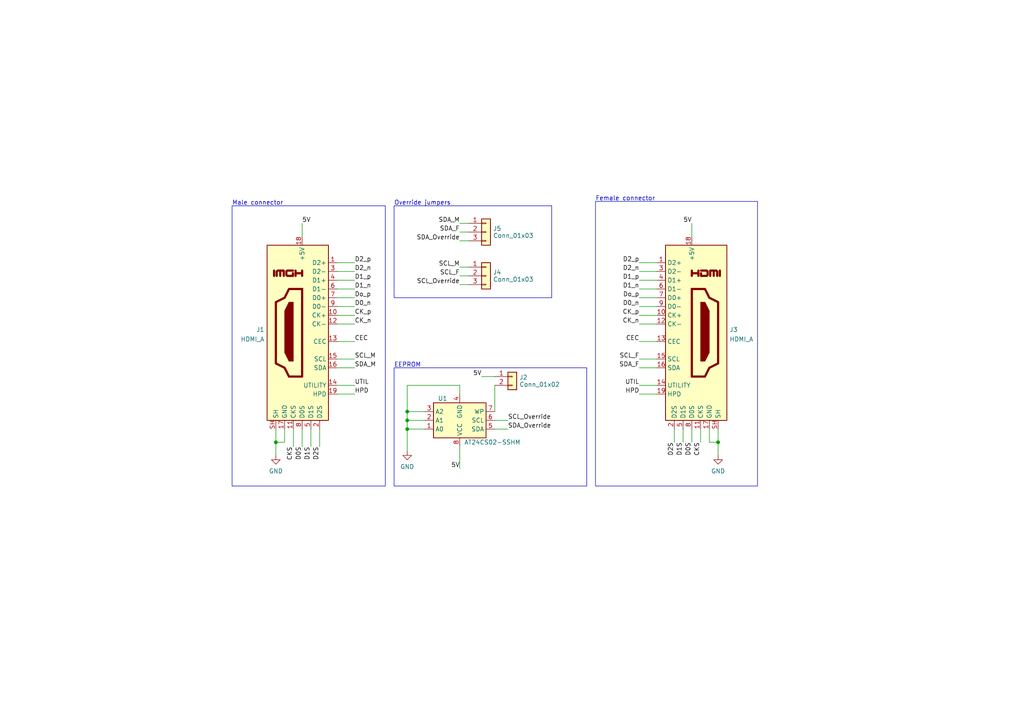
<source format=kicad_sch>
(kicad_sch (version 20230121) (generator eeschema)
  (paper "A4")
  (lib_symbols
    (symbol "Connector:HDMI_A"
      (property "Reference" "J" (at -6.35 26.67 0))
      (property "Value" "HDMI_A" (at 10.16 26.67 0))
      (symbol "HDMI_A_0_0"
        (polyline (pts (xy 8.128 16.51) (xy 8.128 18.034)) (stroke (width 0.635)))
        (polyline (pts (xy 0 16.51) (xy 0 18.034) (xy 0 17.272) (xy 1.905 17.272) (xy 1.905 18.034) (xy 1.905 16.51)) (stroke (width 0.635)))
        (polyline (pts (xy 2.667 18.034) (xy 4.318 18.034) (xy 4.572 17.78) (xy 4.572 16.764) (xy 4.318 16.51) (xy 2.667 16.51) (xy 2.667 17.272)) (stroke (width 0.635)))
      )
      (symbol "HDMI_A_0_1"
        (rectangle (start -7.62 25.4) (end 10.16 -25.4) (stroke (width 0.254)) (fill (type background)))
        (polyline (pts (xy 2.54 8.89) (xy 3.81 8.89) (xy 5.08 6.35) (xy 5.08 -5.715) (xy 3.81 -8.255) (xy 2.54 -8.255) (xy 2.54 8.89)) (fill (type outline)))
        (polyline (pts (xy 5.334 16.51) (xy 5.334 18.034) (xy 6.35 18.034) (xy 6.35 16.51) (xy 6.35 18.034) (xy 7.112 18.034) (xy 7.366 17.78) (xy 7.366 16.51)) (stroke (width 0.635)))
        (polyline (pts (xy 0 12.7) (xy 0 -12.7) (xy 3.81 -12.7) (xy 5.08 -10.16) (xy 7.62 -8.89) (xy 7.62 8.89) (xy 5.08 10.16) (xy 3.81 12.7) (xy 0 12.7)) (stroke (width 0.635)))
      )
      (symbol "HDMI_A_1_1"
        (pin passive line (at -10.16 20.32 0) (length 2.54) (name "D2+") (number "1"))
        (pin passive line (at -10.16 5.08 0) (length 2.54) (name "CK+") (number "10"))
        (pin power_in line (at 2.54 -27.94 90) (length 2.54) (name "CKS") (number "11"))
        (pin passive line (at -10.16 2.54 0) (length 2.54) (name "CK-") (number "12"))
        (pin bidirectional line (at -10.16 -2.54 0) (length 2.54) (name "CEC") (number "13"))
        (pin passive line (at -10.16 -15.24 0) (length 2.54) (name "UTILITY") (number "14"))
        (pin passive line (at -10.16 -7.62 0) (length 2.54) (name "SCL") (number "15"))
        (pin bidirectional line (at -10.16 -10.16 0) (length 2.54) (name "SDA") (number "16"))
        (pin power_in line (at 5.08 -27.94 90) (length 2.54) (name "GND") (number "17"))
        (pin power_in line (at 0 27.94 270) (length 2.54) (name "+5V") (number "18"))
        (pin passive line (at -10.16 -17.78 0) (length 2.54) (name "HPD") (number "19"))
        (pin power_in line (at -5.08 -27.94 90) (length 2.54) (name "D2S") (number "2"))
        (pin passive line (at -10.16 17.78 0) (length 2.54) (name "D2-") (number "3"))
        (pin passive line (at -10.16 15.24 0) (length 2.54) (name "D1+") (number "4"))
        (pin power_in line (at -2.54 -27.94 90) (length 2.54) (name "D1S") (number "5"))
        (pin passive line (at -10.16 12.7 0) (length 2.54) (name "D1-") (number "6"))
        (pin passive line (at -10.16 10.16 0) (length 2.54) (name "D0+") (number "7"))
        (pin power_in line (at 0 -27.94 90) (length 2.54) (name "D0S") (number "8"))
        (pin passive line (at -10.16 7.62 0) (length 2.54) (name "D0-") (number "9"))
        (pin passive line (at 7.62 -27.94 90) (length 2.54) (name "SH") (number "SH"))
      )
    )
    (symbol "Connector_Generic:Conn_01x02" (pin_names (offset 1.016) hide)
      (property "Reference" "J" (at 0 2.54 0))
      (property "Value" "Conn_01x02" (at 0 -5.08 0))
      (symbol "Conn_01x02_1_1"
        (rectangle (start -1.27 -2.413) (end 0 -2.667) (stroke (width 0.1524)))
        (rectangle (start -1.27 0.127) (end 0 -0.127) (stroke (width 0.1524)))
        (rectangle (start -1.27 1.27) (end 1.27 -3.81) (stroke (width 0.254)) (fill (type background)))
        (pin passive line (at -5.08 0 0) (length 3.81) (name "Pin_1") (number "1"))
        (pin passive line (at -5.08 -2.54 0) (length 3.81) (name "Pin_2") (number "2"))
      )
    )
    (symbol "Connector_Generic:Conn_01x03" (pin_names (offset 1.016) hide)
      (property "Reference" "J" (at 0 5.08 0))
      (property "Value" "Conn_01x03" (at 0 -5.08 0))
      (symbol "Conn_01x03_1_1"
        (rectangle (start -1.27 -2.413) (end 0 -2.667) (stroke (width 0.1524)))
        (rectangle (start -1.27 0.127) (end 0 -0.127) (stroke (width 0.1524)))
        (rectangle (start -1.27 2.667) (end 0 2.413) (stroke (width 0.1524)))
        (rectangle (start -1.27 3.81) (end 1.27 -3.81) (stroke (width 0.254)) (fill (type background)))
        (pin passive line (at -5.08 2.54 0) (length 3.81) (name "Pin_1") (number "1"))
        (pin passive line (at -5.08 0 0) (length 3.81) (name "Pin_2") (number "2"))
        (pin passive line (at -5.08 -2.54 0) (length 3.81) (name "Pin_3") (number "3"))
      )
    )
    (symbol "Memory_EEPROM:AT24CS02-SSHM"
      (property "Reference" "U" (at -7.62 6.35 0))
      (property "Value" "AT24CS02-SSHM" (at 2.54 -6.35 0))
      (symbol "AT24CS02-SSHM_1_1"
        (rectangle (start -7.62 5.08) (end 7.62 -5.08) (stroke (width 0.254)) (fill (type background)))
        (pin input line (at -10.16 2.54 0) (length 2.54) (name "A0") (number "1"))
        (pin input line (at -10.16 0 0) (length 2.54) (name "A1") (number "2"))
        (pin input line (at -10.16 -2.54 0) (length 2.54) (name "A2") (number "3"))
        (pin power_in line (at 0 -7.62 90) (length 2.54) (name "GND") (number "4"))
        (pin bidirectional line (at 10.16 2.54 180) (length 2.54) (name "SDA") (number "5"))
        (pin input line (at 10.16 0 180) (length 2.54) (name "SCL") (number "6"))
        (pin input line (at 10.16 -2.54 180) (length 2.54) (name "WP") (number "7"))
        (pin power_in line (at 0 7.62 270) (length 2.54) (name "VCC") (number "8"))
      )
    )
    (symbol "power:GND" (power) (pin_names (offset 0))
      (property "Value" "GND" (at 0 -3.81 0))
      (symbol "GND_0_1"
        (polyline (pts (xy 0 0) (xy 0 -1.27) (xy 1.27 -1.27) (xy 0 -2.54) (xy -1.27 -1.27) (xy 0 -1.27)))
      )
      (symbol "GND_1_1"
        (pin power_in line (at 0 0 270) (length 0) hide (name "GND") (number "1"))
      )
    )
  )
  (junction (at 118.11 124.46))
  (junction (at 118.11 119.38))
  (junction (at 208.28 128.27))
  (junction (at 80.01 128.27))
  (junction (at 118.11 121.92))
  (wire (pts (xy 198.12 124.46) (xy 198.12 128.27)))
  (wire (pts (xy 97.79 81.28) (xy 102.87 81.28)))
  (wire (pts (xy 133.35 114.3) (xy 133.35 111.76)))
  (wire (pts (xy 80.01 128.27) (xy 80.01 132.08)))
  (wire (pts (xy 123.19 119.38) (xy 118.11 119.38)))
  (wire (pts (xy 133.35 80.01) (xy 135.89 80.01)))
  (wire (pts (xy 97.79 91.44) (xy 102.87 91.44)))
  (wire (pts (xy 92.71 124.46) (xy 92.71 129.54)))
  (wire (pts (xy 185.42 99.06) (xy 190.5 99.06)))
  (wire (pts (xy 133.35 111.76) (xy 118.11 111.76)))
  (wire (pts (xy 133.35 67.31) (xy 135.89 67.31)))
  (wire (pts (xy 195.58 124.46) (xy 195.58 128.27)))
  (wire (pts (xy 208.28 124.46) (xy 208.28 128.27)))
  (wire (pts (xy 97.79 114.3) (xy 102.87 114.3)))
  (wire (pts (xy 97.79 99.06) (xy 102.87 99.06)))
  (wire (pts (xy 185.42 93.98) (xy 190.5 93.98)))
  (wire (pts (xy 143.51 111.76) (xy 143.51 119.38)))
  (wire (pts (xy 118.11 119.38) (xy 118.11 121.92)))
  (wire (pts (xy 123.19 121.92) (xy 118.11 121.92)))
  (wire (pts (xy 205.74 128.27) (xy 208.28 128.27)))
  (wire (pts (xy 118.11 130.81) (xy 118.11 124.46)))
  (wire (pts (xy 87.63 64.77) (xy 87.63 68.58)))
  (wire (pts (xy 185.42 76.2) (xy 190.5 76.2)))
  (wire (pts (xy 133.35 64.77) (xy 135.89 64.77)))
  (wire (pts (xy 82.55 124.46) (xy 82.55 128.27)))
  (wire (pts (xy 143.51 121.92) (xy 147.32 121.92)))
  (wire (pts (xy 185.42 91.44) (xy 190.5 91.44)))
  (wire (pts (xy 97.79 78.74) (xy 102.87 78.74)))
  (wire (pts (xy 97.79 104.14) (xy 102.87 104.14)))
  (wire (pts (xy 200.66 64.77) (xy 200.66 68.58)))
  (wire (pts (xy 139.7 109.22) (xy 143.51 109.22)))
  (wire (pts (xy 133.35 82.55) (xy 135.89 82.55)))
  (wire (pts (xy 185.42 83.82) (xy 190.5 83.82)))
  (wire (pts (xy 208.28 128.27) (xy 208.28 132.08)))
  (wire (pts (xy 143.51 124.46) (xy 147.32 124.46)))
  (wire (pts (xy 97.79 86.36) (xy 102.87 86.36)))
  (wire (pts (xy 133.35 69.85) (xy 135.89 69.85)))
  (wire (pts (xy 185.42 111.76) (xy 190.5 111.76)))
  (wire (pts (xy 185.42 86.36) (xy 190.5 86.36)))
  (wire (pts (xy 185.42 78.74) (xy 190.5 78.74)))
  (wire (pts (xy 97.79 93.98) (xy 102.87 93.98)))
  (wire (pts (xy 97.79 83.82) (xy 102.87 83.82)))
  (wire (pts (xy 118.11 121.92) (xy 118.11 124.46)))
  (wire (pts (xy 90.17 124.46) (xy 90.17 129.54)))
  (wire (pts (xy 133.35 77.47) (xy 135.89 77.47)))
  (wire (pts (xy 97.79 106.68) (xy 102.87 106.68)))
  (wire (pts (xy 185.42 114.3) (xy 190.5 114.3)))
  (wire (pts (xy 205.74 124.46) (xy 205.74 128.27)))
  (wire (pts (xy 185.42 106.68) (xy 190.5 106.68)))
  (wire (pts (xy 97.79 76.2) (xy 102.87 76.2)))
  (wire (pts (xy 118.11 124.46) (xy 123.19 124.46)))
  (wire (pts (xy 87.63 124.46) (xy 87.63 129.54)))
  (wire (pts (xy 203.2 124.46) (xy 203.2 128.27)))
  (wire (pts (xy 97.79 88.9) (xy 102.87 88.9)))
  (wire (pts (xy 97.79 111.76) (xy 102.87 111.76)))
  (wire (pts (xy 185.42 88.9) (xy 190.5 88.9)))
  (wire (pts (xy 200.66 124.46) (xy 200.66 128.27)))
  (wire (pts (xy 80.01 124.46) (xy 80.01 128.27)))
  (wire (pts (xy 133.35 129.54) (xy 133.35 135.89)))
  (wire (pts (xy 185.42 81.28) (xy 190.5 81.28)))
  (wire (pts (xy 82.55 128.27) (xy 80.01 128.27)))
  (wire (pts (xy 185.42 104.14) (xy 190.5 104.14)))
  (wire (pts (xy 85.09 124.46) (xy 85.09 129.54)))
  (wire (pts (xy 118.11 111.76) (xy 118.11 119.38)))
  (rectangle (start 114.3 59.69) (end 160.02 86.36))
  (rectangle (start 114.3 106.68) (end 170.18 140.97))
  (rectangle (start 172.72 58.42) (end 219.71 140.97))
  (rectangle (start 67.31 59.69) (end 111.76 140.97))
  (text "Female connector" (at 172.72 58.42 0) (effects (font (size 1.27 1.27)) (justify left bottom)))
  (text "EEPROM" (at 114.3 106.68 0) (effects (font (size 1.27 1.27)) (justify left bottom)))
  (text "Override jumpers" (at 114.3 59.69 0) (effects (font (size 1.27 1.27)) (justify left bottom)))
  (text "Male connector" (at 67.31 59.69 0) (effects (font (size 1.27 1.27)) (justify left bottom)))
  (label "SDA_Override" (at 133.35 69.85 180))
  (label "Do_p" (at 102.87 86.36 0))
  (label "D1_p" (at 102.87 81.28 0))
  (label "SDA_M" (at 133.35 64.77 180))
  (label "SCL_F" (at 133.35 80.01 180))
  (label "Do_p" (at 185.42 86.36 180))
  (label "D2_p" (at 102.87 76.2 0))
  (label "CKS" (at 85.09 129.54 270))
  (label "D2_n" (at 185.42 78.74 180))
  (label "CK_p" (at 185.42 91.44 180))
  (label "D1S" (at 198.12 128.27 270))
  (label "D1S" (at 90.17 129.54 270))
  (label "SCL_M" (at 102.87 104.14 0))
  (label "SCL_M" (at 133.35 77.47 180))
  (label "CEC" (at 102.87 99.06 0))
  (label "CK_n" (at 185.42 93.98 180))
  (label "D2_n" (at 102.87 78.74 0))
  (label "D0_n" (at 102.87 88.9 0))
  (label "CK_n" (at 102.87 93.98 0))
  (label "HPD" (at 185.42 114.3 180))
  (label "D0S" (at 200.66 128.27 270))
  (label "SCL_F" (at 185.42 104.14 180))
  (label "SCL_Override" (at 133.35 82.55 180))
  (label "CEC" (at 185.42 99.06 180))
  (label "D1_n" (at 185.42 83.82 180))
  (label "D1_p" (at 185.42 81.28 180))
  (label "5V" (at 139.7 109.22 180))
  (label "D2S" (at 195.58 128.27 270))
  (label "5V" (at 87.63 64.77 0))
  (label "SDA_F" (at 185.42 106.68 180))
  (label "D0S" (at 87.63 129.54 270))
  (label "D1_n" (at 102.87 83.82 0))
  (label "D2S" (at 92.71 129.54 270))
  (label "CK_p" (at 102.87 91.44 0))
  (label "5V" (at 200.66 64.77 180))
  (label "UTIL" (at 185.42 111.76 180))
  (label "SDA_M" (at 102.87 106.68 0))
  (label "SDA_Override" (at 147.32 124.46 0))
  (label "CKS" (at 203.2 128.27 270))
  (label "UTIL" (at 102.87 111.76 0))
  (label "5V" (at 133.35 135.89 180))
  (label "SCL_Override" (at 147.32 121.92 0))
  (label "D0_n" (at 185.42 88.9 180))
  (label "HPD" (at 102.87 114.3 0))
  (label "SDA_F" (at 133.35 67.31 180))
  (label "D2_p" (at 185.42 76.2 180))
  (symbol (lib_id "Connector_Generic:Conn_01x03") (at 140.97 80.01 0) (unit 1)
    (property "Reference" "J4" (at 143.002 78.986 0) (effects (justify left)))
    (property "Value" "Conn_01x03" (at 143.002 81.034 0) (effects (justify left)))
    (property "Footprint" "Connector_PinHeader_2.54mm:PinHeader_1x03_P2.54mm_Vertical" (effects hide))
  )
  (symbol (lib_id "power:GND") (at 80.01 132.08 0) (unit 1)
    (property "Reference" "#PWR0102" (effects hide))
    (property "Value" "GND" (at 80.01 136.6426 0))
  )
  (symbol (lib_id "power:GND") (at 118.11 130.81 0) (unit 1)
    (property "Reference" "#PWR01" (effects hide))
    (property "Value" "GND" (at 118.11 135.3726 0))
  )
  (symbol (lib_id "Memory_EEPROM:AT24CS02-SSHM") (at 133.35 121.92 0) (mirror x) (unit 1)
    (property "Reference" "U1" (at 127 115.57 0) (effects (justify left)))
    (property "Value" "AT24CS02-SSHM" (at 134.62 128.27 0) (effects (justify left)))
    (property "Footprint" "Package_SO:SOIC-8_3.9x4.9mm_P1.27mm" (effects hide))
    (property "Datasheet" "http://ww1.microchip.com/downloads/en/DeviceDoc/Atmel-8815-SEEPROM-AT24CS01-02-Datasheet.pdf" (effects hide))
  )
  (symbol (lib_id "Connector_Generic:Conn_01x03") (at 140.97 67.31 0) (unit 1)
    (property "Reference" "J5" (at 143.002 66.286 0) (effects (justify left)))
    (property "Value" "Conn_01x03" (at 143.002 68.334 0) (effects (justify left)))
    (property "Footprint" "Connector_PinHeader_2.54mm:PinHeader_1x03_P2.54mm_Vertical" (effects hide))
  )
  (symbol (lib_id "power:GND") (at 208.28 132.08 0) (unit 1)
    (property "Reference" "#PWR0101" (effects hide))
    (property "Value" "GND" (at 208.28 136.6426 0))
  )
  (symbol (lib_id "Connector:HDMI_A") (at 200.66 96.52 0) (unit 1)
    (property "Reference" "J3" (at 211.5821 95.6115 0) (effects (justify left)))
    (property "Value" "HDMI_A" (at 211.5821 98.3866 0) (effects (justify left)))
    (property "Footprint" "KiCad_Randoms:206A-SEAN-R03" (effects hide))
    (property "Datasheet" "https://en.wikipedia.org/wiki/HDMI" (effects hide))
  )
  (symbol (lib_id "Connector_Generic:Conn_01x02") (at 148.59 109.22 0) (unit 1)
    (property "Reference" "J2" (at 150.622 109.466 0) (effects (justify left)))
    (property "Value" "Conn_01x02" (at 150.622 111.514 0) (effects (justify left)))
    (property "Footprint" "Connector_PinHeader_2.54mm:PinHeader_1x02_P2.54mm_Vertical" (effects hide))
  )
  (symbol (lib_id "Connector:HDMI_A") (at 87.63 96.52 0) (mirror y) (unit 1)
    (property "Reference" "J1" (at 76.708 95.6115 0) (effects (justify left)))
    (property "Value" "HDMI_A" (at 76.708 98.3866 0) (effects (justify left)))
    (property "Footprint" "Connector_HDMI:HDMI_A_Contact_Technology_HDMI-19APL2_Horizontal" (effects hide))
    (property "Datasheet" "https://en.wikipedia.org/wiki/HDMI" (effects hide))
  )
)
</source>
